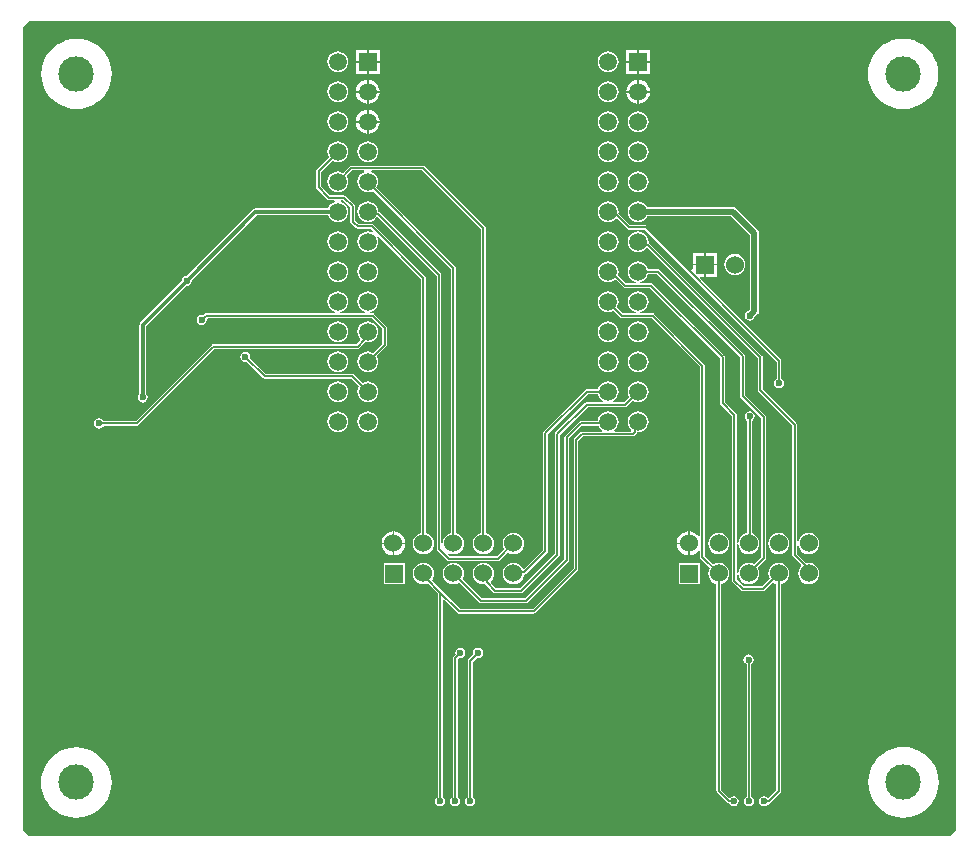
<source format=gbl>
G04*
G04 #@! TF.GenerationSoftware,Altium Limited,Altium Designer,20.2.6 (244)*
G04*
G04 Layer_Physical_Order=2*
G04 Layer_Color=16711680*
%FSLAX44Y44*%
%MOMM*%
G71*
G04*
G04 #@! TF.SameCoordinates,206DDC9A-6AB5-4D35-AA82-BAB3787187E7*
G04*
G04*
G04 #@! TF.FilePolarity,Positive*
G04*
G01*
G75*
%ADD49C,0.1500*%
%ADD50C,0.5000*%
%ADD51C,0.3000*%
%ADD53C,1.5240*%
%ADD54R,1.5240X1.5240*%
%ADD55C,3.0000*%
%ADD56C,1.5000*%
%ADD57R,1.5000X1.5000*%
%ADD58C,0.6000*%
G36*
X795000Y690000D02*
Y10000D01*
X790000Y5000D01*
X10000D01*
X5000Y10000D01*
Y690000D01*
X10000Y695000D01*
X790000D01*
X795000Y690000D01*
D02*
G37*
%LPC*%
G36*
X535560Y670320D02*
X526270D01*
Y661030D01*
X535560D01*
Y670320D01*
D02*
G37*
G36*
X306660D02*
X297370D01*
Y661030D01*
X306660D01*
Y670320D01*
D02*
G37*
G36*
X524770D02*
X515480D01*
Y661030D01*
X524770D01*
Y670320D01*
D02*
G37*
G36*
X295870D02*
X286580D01*
Y661030D01*
X295870D01*
Y670320D01*
D02*
G37*
G36*
X500120Y669106D02*
X497836Y668805D01*
X495707Y667923D01*
X493879Y666521D01*
X492477Y664693D01*
X491595Y662564D01*
X491295Y660280D01*
X491595Y657996D01*
X492477Y655867D01*
X493879Y654039D01*
X495707Y652637D01*
X497836Y651755D01*
X500120Y651454D01*
X502404Y651755D01*
X504533Y652637D01*
X506361Y654039D01*
X507763Y655867D01*
X508645Y657996D01*
X508946Y660280D01*
X508645Y662564D01*
X507763Y664693D01*
X506361Y666521D01*
X504533Y667923D01*
X502404Y668805D01*
X500120Y669106D01*
D02*
G37*
G36*
X271220D02*
X268936Y668805D01*
X266807Y667923D01*
X264979Y666521D01*
X263577Y664693D01*
X262695Y662564D01*
X262394Y660280D01*
X262695Y657996D01*
X263577Y655867D01*
X264979Y654039D01*
X266807Y652637D01*
X268936Y651755D01*
X271220Y651454D01*
X273504Y651755D01*
X275632Y652637D01*
X277460Y654039D01*
X278863Y655867D01*
X279745Y657996D01*
X280045Y660280D01*
X279745Y662564D01*
X278863Y664693D01*
X277460Y666521D01*
X275632Y667923D01*
X273504Y668805D01*
X271220Y669106D01*
D02*
G37*
G36*
X535560Y659530D02*
X526270D01*
Y650240D01*
X535560D01*
Y659530D01*
D02*
G37*
G36*
X524770D02*
X515480D01*
Y650240D01*
X524770D01*
Y659530D01*
D02*
G37*
G36*
X306660D02*
X297370D01*
Y650240D01*
X306660D01*
Y659530D01*
D02*
G37*
G36*
X295870D02*
X286580D01*
Y650240D01*
X295870D01*
Y659530D01*
D02*
G37*
G36*
X526270Y644908D02*
Y635630D01*
X535548D01*
X535302Y637501D01*
X534290Y639943D01*
X532681Y642041D01*
X530583Y643650D01*
X528141Y644662D01*
X526270Y644908D01*
D02*
G37*
G36*
X297370D02*
Y635630D01*
X306648D01*
X306401Y637501D01*
X305390Y639943D01*
X303780Y642041D01*
X301683Y643650D01*
X299241Y644662D01*
X297370Y644908D01*
D02*
G37*
G36*
X295870D02*
X293999Y644662D01*
X291556Y643650D01*
X289459Y642041D01*
X287850Y639943D01*
X286838Y637501D01*
X286592Y635630D01*
X295870D01*
Y644908D01*
D02*
G37*
G36*
X524770D02*
X522899Y644662D01*
X520457Y643650D01*
X518359Y642041D01*
X516750Y639943D01*
X515738Y637501D01*
X515492Y635630D01*
X524770D01*
Y644908D01*
D02*
G37*
G36*
X500120Y643706D02*
X497836Y643405D01*
X495707Y642523D01*
X493879Y641121D01*
X492477Y639293D01*
X491595Y637164D01*
X491295Y634880D01*
X491595Y632596D01*
X492477Y630467D01*
X493879Y628639D01*
X495707Y627237D01*
X497836Y626355D01*
X500120Y626054D01*
X502404Y626355D01*
X504533Y627237D01*
X506361Y628639D01*
X507763Y630467D01*
X508645Y632596D01*
X508946Y634880D01*
X508645Y637164D01*
X507763Y639293D01*
X506361Y641121D01*
X504533Y642523D01*
X502404Y643405D01*
X500120Y643706D01*
D02*
G37*
G36*
X271220D02*
X268936Y643405D01*
X266807Y642523D01*
X264979Y641121D01*
X263577Y639293D01*
X262695Y637164D01*
X262394Y634880D01*
X262695Y632596D01*
X263577Y630467D01*
X264979Y628639D01*
X266807Y627237D01*
X268936Y626355D01*
X271220Y626054D01*
X273504Y626355D01*
X275632Y627237D01*
X277460Y628639D01*
X278863Y630467D01*
X279745Y632596D01*
X280045Y634880D01*
X279745Y637164D01*
X278863Y639293D01*
X277460Y641121D01*
X275632Y642523D01*
X273504Y643405D01*
X271220Y643706D01*
D02*
G37*
G36*
X535548Y634130D02*
X526270D01*
Y624852D01*
X528141Y625098D01*
X530583Y626110D01*
X532681Y627719D01*
X534290Y629817D01*
X535302Y632259D01*
X535548Y634130D01*
D02*
G37*
G36*
X306648D02*
X297370D01*
Y624852D01*
X299241Y625098D01*
X301683Y626110D01*
X303780Y627719D01*
X305390Y629817D01*
X306401Y632259D01*
X306648Y634130D01*
D02*
G37*
G36*
X524770D02*
X515492D01*
X515738Y632259D01*
X516750Y629817D01*
X518359Y627719D01*
X520457Y626110D01*
X522899Y625098D01*
X524770Y624852D01*
Y634130D01*
D02*
G37*
G36*
X295870D02*
X286592D01*
X286838Y632259D01*
X287850Y629817D01*
X289459Y627719D01*
X291556Y626110D01*
X293999Y625098D01*
X295870Y624852D01*
Y634130D01*
D02*
G37*
G36*
X749830Y679742D02*
X745162Y679375D01*
X740608Y678281D01*
X736282Y676489D01*
X732289Y674043D01*
X728728Y671002D01*
X725687Y667441D01*
X723241Y663448D01*
X721449Y659122D01*
X720355Y654568D01*
X719988Y649900D01*
X720355Y645232D01*
X721449Y640678D01*
X723241Y636352D01*
X725687Y632359D01*
X728728Y628798D01*
X732289Y625757D01*
X736282Y623311D01*
X740608Y621519D01*
X745162Y620425D01*
X749830Y620058D01*
X754498Y620425D01*
X759052Y621519D01*
X763378Y623311D01*
X767371Y625757D01*
X770931Y628798D01*
X773973Y632359D01*
X776419Y636352D01*
X778211Y640678D01*
X779305Y645232D01*
X779672Y649900D01*
X779305Y654568D01*
X778211Y659122D01*
X776419Y663448D01*
X773973Y667441D01*
X770931Y671002D01*
X767371Y674043D01*
X763378Y676489D01*
X759052Y678281D01*
X754498Y679375D01*
X749830Y679742D01*
D02*
G37*
G36*
X50080D02*
X45412Y679375D01*
X40858Y678281D01*
X36532Y676489D01*
X32539Y674043D01*
X28979Y671002D01*
X25937Y667441D01*
X23491Y663448D01*
X21699Y659122D01*
X20605Y654568D01*
X20238Y649900D01*
X20605Y645232D01*
X21699Y640678D01*
X23491Y636352D01*
X25937Y632359D01*
X28979Y628798D01*
X32539Y625757D01*
X36532Y623311D01*
X40858Y621519D01*
X45412Y620425D01*
X50080Y620058D01*
X54748Y620425D01*
X59302Y621519D01*
X63628Y623311D01*
X67621Y625757D01*
X71182Y628798D01*
X74223Y632359D01*
X76669Y636352D01*
X78461Y640678D01*
X79555Y645232D01*
X79922Y649900D01*
X79555Y654568D01*
X78461Y659122D01*
X76669Y663448D01*
X74223Y667441D01*
X71182Y671002D01*
X67621Y674043D01*
X63628Y676489D01*
X59302Y678281D01*
X54748Y679375D01*
X50080Y679742D01*
D02*
G37*
G36*
X297370Y619508D02*
Y610230D01*
X306648D01*
X306401Y612101D01*
X305390Y614543D01*
X303780Y616641D01*
X301683Y618250D01*
X299241Y619262D01*
X297370Y619508D01*
D02*
G37*
G36*
X295870D02*
X293999Y619262D01*
X291556Y618250D01*
X289459Y616641D01*
X287850Y614543D01*
X286838Y612101D01*
X286592Y610230D01*
X295870D01*
Y619508D01*
D02*
G37*
G36*
X525520Y618306D02*
X523236Y618005D01*
X521107Y617123D01*
X519279Y615721D01*
X517877Y613893D01*
X516995Y611764D01*
X516694Y609480D01*
X516995Y607196D01*
X517877Y605067D01*
X519279Y603239D01*
X521107Y601837D01*
X523236Y600955D01*
X525520Y600654D01*
X527804Y600955D01*
X529933Y601837D01*
X531761Y603239D01*
X533163Y605067D01*
X534045Y607196D01*
X534346Y609480D01*
X534045Y611764D01*
X533163Y613893D01*
X531761Y615721D01*
X529933Y617123D01*
X527804Y618005D01*
X525520Y618306D01*
D02*
G37*
G36*
X500120D02*
X497836Y618005D01*
X495707Y617123D01*
X493879Y615721D01*
X492477Y613893D01*
X491595Y611764D01*
X491295Y609480D01*
X491595Y607196D01*
X492477Y605067D01*
X493879Y603239D01*
X495707Y601837D01*
X497836Y600955D01*
X500120Y600654D01*
X502404Y600955D01*
X504533Y601837D01*
X506361Y603239D01*
X507763Y605067D01*
X508645Y607196D01*
X508946Y609480D01*
X508645Y611764D01*
X507763Y613893D01*
X506361Y615721D01*
X504533Y617123D01*
X502404Y618005D01*
X500120Y618306D01*
D02*
G37*
G36*
X271220D02*
X268936Y618005D01*
X266807Y617123D01*
X264979Y615721D01*
X263577Y613893D01*
X262695Y611764D01*
X262394Y609480D01*
X262695Y607196D01*
X263577Y605067D01*
X264979Y603239D01*
X266807Y601837D01*
X268936Y600955D01*
X271220Y600654D01*
X273504Y600955D01*
X275632Y601837D01*
X277460Y603239D01*
X278863Y605067D01*
X279745Y607196D01*
X280045Y609480D01*
X279745Y611764D01*
X278863Y613893D01*
X277460Y615721D01*
X275632Y617123D01*
X273504Y618005D01*
X271220Y618306D01*
D02*
G37*
G36*
X306648Y608730D02*
X297370D01*
Y599452D01*
X299241Y599698D01*
X301683Y600710D01*
X303780Y602319D01*
X305390Y604417D01*
X306401Y606859D01*
X306648Y608730D01*
D02*
G37*
G36*
X295870D02*
X286592D01*
X286838Y606859D01*
X287850Y604417D01*
X289459Y602319D01*
X291556Y600710D01*
X293999Y599698D01*
X295870Y599452D01*
Y608730D01*
D02*
G37*
G36*
X525520Y592906D02*
X523236Y592605D01*
X521107Y591723D01*
X519279Y590321D01*
X517877Y588493D01*
X516995Y586364D01*
X516694Y584080D01*
X516995Y581796D01*
X517877Y579667D01*
X519279Y577839D01*
X521107Y576437D01*
X523236Y575555D01*
X525520Y575255D01*
X527804Y575555D01*
X529933Y576437D01*
X531761Y577839D01*
X533163Y579667D01*
X534045Y581796D01*
X534346Y584080D01*
X534045Y586364D01*
X533163Y588493D01*
X531761Y590321D01*
X529933Y591723D01*
X527804Y592605D01*
X525520Y592906D01*
D02*
G37*
G36*
X500120D02*
X497836Y592605D01*
X495707Y591723D01*
X493879Y590321D01*
X492477Y588493D01*
X491595Y586364D01*
X491295Y584080D01*
X491595Y581796D01*
X492477Y579667D01*
X493879Y577839D01*
X495707Y576437D01*
X497836Y575555D01*
X500120Y575255D01*
X502404Y575555D01*
X504533Y576437D01*
X506361Y577839D01*
X507763Y579667D01*
X508645Y581796D01*
X508946Y584080D01*
X508645Y586364D01*
X507763Y588493D01*
X506361Y590321D01*
X504533Y591723D01*
X502404Y592605D01*
X500120Y592906D01*
D02*
G37*
G36*
X296620D02*
X294336Y592605D01*
X292207Y591723D01*
X290379Y590321D01*
X288977Y588493D01*
X288095Y586364D01*
X287794Y584080D01*
X288095Y581796D01*
X288977Y579667D01*
X290379Y577839D01*
X292207Y576437D01*
X294336Y575555D01*
X296620Y575255D01*
X298904Y575555D01*
X301033Y576437D01*
X302860Y577839D01*
X304263Y579667D01*
X305145Y581796D01*
X305445Y584080D01*
X305145Y586364D01*
X304263Y588493D01*
X302860Y590321D01*
X301033Y591723D01*
X298904Y592605D01*
X296620Y592906D01*
D02*
G37*
G36*
X271220D02*
X268936Y592605D01*
X266807Y591723D01*
X264979Y590321D01*
X263577Y588493D01*
X262695Y586364D01*
X262394Y584080D01*
X262695Y581796D01*
X263577Y579667D01*
X263727Y579471D01*
X253558Y569302D01*
X253116Y568641D01*
X252961Y567860D01*
Y554000D01*
X253116Y553220D01*
X253558Y552558D01*
X261314Y544802D01*
X261558Y544437D01*
X262437Y543558D01*
X262437Y543558D01*
X263098Y543116D01*
X263879Y542961D01*
X268408D01*
X268660Y541691D01*
X266807Y540923D01*
X264979Y539521D01*
X263577Y537693D01*
X262910Y536084D01*
X201530D01*
X200457Y535871D01*
X199547Y535263D01*
X199547Y535263D01*
X143348Y479064D01*
X143250Y479083D01*
X141592Y478753D01*
X140186Y477814D01*
X139247Y476408D01*
X138917Y474750D01*
X138978Y474443D01*
X104017Y439482D01*
X103409Y438573D01*
X103196Y437500D01*
Y379238D01*
X102936Y379064D01*
X101996Y377658D01*
X101667Y376000D01*
X101996Y374342D01*
X102936Y372936D01*
X104342Y371996D01*
X106000Y371667D01*
X107658Y371996D01*
X109064Y372936D01*
X110003Y374342D01*
X110333Y376000D01*
X110003Y377658D01*
X109064Y379064D01*
X108804Y379238D01*
Y436338D01*
X142943Y470478D01*
X143250Y470417D01*
X144908Y470747D01*
X146314Y471686D01*
X147253Y473092D01*
X147583Y474750D01*
X147481Y475265D01*
X202691Y530476D01*
X262910D01*
X263577Y528867D01*
X264979Y527039D01*
X266807Y525637D01*
X268936Y524755D01*
X271220Y524454D01*
X273504Y524755D01*
X275632Y525637D01*
X277460Y527039D01*
X278863Y528867D01*
X279745Y530996D01*
X280045Y533280D01*
X279745Y535564D01*
X278863Y537693D01*
X277460Y539521D01*
X275632Y540923D01*
X273779Y541691D01*
X274032Y542961D01*
X275895D01*
X281961Y536895D01*
Y524879D01*
X282116Y524098D01*
X282558Y523437D01*
X283437Y522558D01*
X283437Y522558D01*
X283802Y522314D01*
X286558Y519558D01*
X286558Y519558D01*
X287220Y519116D01*
X288000Y518961D01*
X288000Y518961D01*
X298955D01*
X301008Y516908D01*
X300289Y515831D01*
X298904Y516405D01*
X296620Y516706D01*
X294336Y516405D01*
X292207Y515523D01*
X290379Y514121D01*
X288977Y512293D01*
X288095Y510164D01*
X287794Y507880D01*
X288095Y505596D01*
X288977Y503467D01*
X290379Y501639D01*
X292207Y500237D01*
X294336Y499355D01*
X296620Y499054D01*
X298904Y499355D01*
X301033Y500237D01*
X302860Y501639D01*
X304263Y503467D01*
X305145Y505596D01*
X305445Y507880D01*
X305145Y510164D01*
X304571Y511549D01*
X305648Y512268D01*
X341761Y476156D01*
Y261078D01*
X341484Y261042D01*
X339327Y260148D01*
X337474Y258726D01*
X336052Y256873D01*
X335158Y254716D01*
X334853Y252400D01*
X335158Y250085D01*
X336052Y247927D01*
X337474Y246074D01*
X339327Y244652D01*
X341484Y243759D01*
X343800Y243454D01*
X346115Y243759D01*
X348273Y244652D01*
X350126Y246074D01*
X351548Y247927D01*
X352441Y250085D01*
X352746Y252400D01*
X352441Y254716D01*
X351548Y256873D01*
X350126Y258726D01*
X348273Y260148D01*
X346115Y261042D01*
X345839Y261078D01*
Y477000D01*
X345684Y477781D01*
X345242Y478442D01*
X301242Y522442D01*
X300580Y522884D01*
X299800Y523039D01*
X288845D01*
X286442Y525442D01*
X286076Y525686D01*
X286039Y525723D01*
Y537740D01*
X285884Y538520D01*
X285442Y539182D01*
X285442Y539182D01*
X278182Y546442D01*
X277520Y546884D01*
X276740Y547039D01*
X264723D01*
X264686Y547076D01*
X264442Y547442D01*
X257039Y554845D01*
Y567016D01*
X266611Y576587D01*
X266807Y576437D01*
X268936Y575555D01*
X271220Y575255D01*
X273504Y575555D01*
X275632Y576437D01*
X277460Y577839D01*
X278863Y579667D01*
X279745Y581796D01*
X280045Y584080D01*
X279745Y586364D01*
X278863Y588493D01*
X277460Y590321D01*
X275632Y591723D01*
X273504Y592605D01*
X271220Y592906D01*
D02*
G37*
G36*
X525520Y567505D02*
X523236Y567205D01*
X521107Y566323D01*
X519279Y564921D01*
X517877Y563093D01*
X516995Y560964D01*
X516694Y558680D01*
X516995Y556396D01*
X517877Y554267D01*
X519279Y552439D01*
X521107Y551037D01*
X523236Y550155D01*
X525520Y549855D01*
X527804Y550155D01*
X529933Y551037D01*
X531761Y552439D01*
X533163Y554267D01*
X534045Y556396D01*
X534346Y558680D01*
X534045Y560964D01*
X533163Y563093D01*
X531761Y564921D01*
X529933Y566323D01*
X527804Y567205D01*
X525520Y567505D01*
D02*
G37*
G36*
X500120D02*
X497836Y567205D01*
X495707Y566323D01*
X493879Y564921D01*
X492477Y563093D01*
X491595Y560964D01*
X491295Y558680D01*
X491595Y556396D01*
X492477Y554267D01*
X493879Y552439D01*
X495707Y551037D01*
X497836Y550155D01*
X500120Y549855D01*
X502404Y550155D01*
X504533Y551037D01*
X506361Y552439D01*
X507763Y554267D01*
X508645Y556396D01*
X508946Y558680D01*
X508645Y560964D01*
X507763Y563093D01*
X506361Y564921D01*
X504533Y566323D01*
X502404Y567205D01*
X500120Y567505D01*
D02*
G37*
G36*
Y516706D02*
X497836Y516405D01*
X495707Y515523D01*
X493879Y514121D01*
X492477Y512293D01*
X491595Y510164D01*
X491295Y507880D01*
X491595Y505596D01*
X492477Y503467D01*
X493879Y501639D01*
X495707Y500237D01*
X497836Y499355D01*
X500120Y499054D01*
X502404Y499355D01*
X504533Y500237D01*
X506361Y501639D01*
X507763Y503467D01*
X508645Y505596D01*
X508946Y507880D01*
X508645Y510164D01*
X507763Y512293D01*
X506361Y514121D01*
X504533Y515523D01*
X502404Y516405D01*
X500120Y516706D01*
D02*
G37*
G36*
X271220D02*
X268936Y516405D01*
X266807Y515523D01*
X264979Y514121D01*
X263577Y512293D01*
X262695Y510164D01*
X262394Y507880D01*
X262695Y505596D01*
X263577Y503467D01*
X264979Y501639D01*
X266807Y500237D01*
X268936Y499355D01*
X271220Y499054D01*
X273504Y499355D01*
X275632Y500237D01*
X277460Y501639D01*
X278863Y503467D01*
X279745Y505596D01*
X280045Y507880D01*
X279745Y510164D01*
X278863Y512293D01*
X277460Y514121D01*
X275632Y515523D01*
X273504Y516405D01*
X271220Y516706D01*
D02*
G37*
G36*
X592160Y498660D02*
X582750D01*
Y489250D01*
X592160D01*
Y498660D01*
D02*
G37*
G36*
X581250D02*
X571840D01*
Y489250D01*
X581250D01*
Y498660D01*
D02*
G37*
G36*
X607400Y497446D02*
X605084Y497142D01*
X602927Y496248D01*
X601074Y494826D01*
X599652Y492973D01*
X598758Y490815D01*
X598453Y488500D01*
X598758Y486184D01*
X599652Y484027D01*
X601074Y482174D01*
X602927Y480752D01*
X605084Y479858D01*
X607400Y479553D01*
X609715Y479858D01*
X611873Y480752D01*
X613726Y482174D01*
X615148Y484027D01*
X616042Y486184D01*
X616347Y488500D01*
X616042Y490815D01*
X615148Y492973D01*
X613726Y494826D01*
X611873Y496248D01*
X609715Y497142D01*
X607400Y497446D01*
D02*
G37*
G36*
X592160Y487750D02*
X582750D01*
Y478340D01*
X592160D01*
Y487750D01*
D02*
G37*
G36*
X296620Y491306D02*
X294336Y491005D01*
X292207Y490123D01*
X290379Y488721D01*
X288977Y486893D01*
X288095Y484764D01*
X287794Y482480D01*
X288095Y480196D01*
X288977Y478067D01*
X290379Y476239D01*
X292207Y474837D01*
X294336Y473955D01*
X296620Y473655D01*
X298904Y473955D01*
X301033Y474837D01*
X302860Y476239D01*
X304263Y478067D01*
X305145Y480196D01*
X305445Y482480D01*
X305145Y484764D01*
X304263Y486893D01*
X302860Y488721D01*
X301033Y490123D01*
X298904Y491005D01*
X296620Y491306D01*
D02*
G37*
G36*
X271220D02*
X268936Y491005D01*
X266807Y490123D01*
X264979Y488721D01*
X263577Y486893D01*
X262695Y484764D01*
X262394Y482480D01*
X262695Y480196D01*
X263577Y478067D01*
X264979Y476239D01*
X266807Y474837D01*
X268936Y473955D01*
X271220Y473655D01*
X273504Y473955D01*
X275632Y474837D01*
X277460Y476239D01*
X278863Y478067D01*
X279745Y480196D01*
X280045Y482480D01*
X279745Y484764D01*
X278863Y486893D01*
X277460Y488721D01*
X275632Y490123D01*
X273504Y491005D01*
X271220Y491306D01*
D02*
G37*
G36*
X525520D02*
X523236Y491005D01*
X521107Y490123D01*
X519279Y488721D01*
X517877Y486893D01*
X516995Y484764D01*
X516694Y482480D01*
X516995Y480196D01*
X517877Y478067D01*
X519279Y476239D01*
X521107Y474837D01*
X523236Y473955D01*
X523585Y473909D01*
X523502Y472639D01*
X515485D01*
X508435Y479689D01*
X508645Y480196D01*
X508946Y482480D01*
X508645Y484764D01*
X507763Y486893D01*
X506361Y488721D01*
X504533Y490123D01*
X502404Y491005D01*
X500120Y491306D01*
X497836Y491005D01*
X495707Y490123D01*
X493879Y488721D01*
X492477Y486893D01*
X491595Y484764D01*
X491295Y482480D01*
X491595Y480196D01*
X492477Y478067D01*
X493879Y476239D01*
X495707Y474837D01*
X497836Y473955D01*
X500120Y473655D01*
X502404Y473955D01*
X504533Y474837D01*
X506223Y476134D01*
X513198Y469158D01*
X513198Y469158D01*
X513860Y468716D01*
X514640Y468561D01*
X535555D01*
X594961Y409155D01*
Y371000D01*
X595116Y370220D01*
X595558Y369558D01*
X604961Y360155D01*
Y221000D01*
X605116Y220220D01*
X605558Y219558D01*
X612558Y212558D01*
X612558Y212558D01*
X613220Y212116D01*
X614000Y211961D01*
X614000Y211961D01*
X631600D01*
X632380Y212116D01*
X633041Y212558D01*
X639905Y219422D01*
X640126Y219252D01*
X642284Y218358D01*
X642561Y218322D01*
Y43444D01*
X636083Y36966D01*
X635091Y37064D01*
X633685Y38003D01*
X632027Y38333D01*
X630368Y38003D01*
X628963Y37064D01*
X628023Y35658D01*
X627693Y34000D01*
X628023Y32342D01*
X628963Y30936D01*
X630368Y29997D01*
X632027Y29667D01*
X633685Y29997D01*
X635091Y30936D01*
X635926Y32187D01*
X636226D01*
X637006Y32342D01*
X637668Y32784D01*
X646042Y41158D01*
X646042Y41158D01*
X646484Y41819D01*
X646639Y42600D01*
X646639Y42600D01*
Y218322D01*
X646915Y218358D01*
X649073Y219252D01*
X650926Y220674D01*
X652348Y222527D01*
X653242Y224685D01*
X653546Y227000D01*
X653242Y229316D01*
X652348Y231474D01*
X650926Y233326D01*
X649073Y234748D01*
X646915Y235642D01*
X644600Y235947D01*
X642284Y235642D01*
X640126Y234748D01*
X638274Y233326D01*
X636852Y231474D01*
X635958Y229316D01*
X635653Y227000D01*
X635958Y224685D01*
X636852Y222527D01*
X637021Y222306D01*
X630755Y216039D01*
X614845D01*
X609039Y221845D01*
Y226236D01*
X609067Y226282D01*
X610349Y226270D01*
X610558Y224685D01*
X611452Y222527D01*
X612874Y220674D01*
X614726Y219252D01*
X616884Y218358D01*
X619200Y218054D01*
X621515Y218358D01*
X623673Y219252D01*
X625526Y220674D01*
X626948Y222527D01*
X627841Y224685D01*
X628146Y227000D01*
X627841Y229316D01*
X626948Y231474D01*
X626778Y231695D01*
X633342Y238258D01*
X633342Y238258D01*
X633784Y238920D01*
X633939Y239700D01*
X633939Y239700D01*
Y359100D01*
X633784Y359881D01*
X633342Y360542D01*
X633342Y360542D01*
X616039Y377845D01*
Y411200D01*
X615884Y411980D01*
X615442Y412642D01*
X615442Y412642D01*
X544162Y483922D01*
X543500Y484364D01*
X542720Y484519D01*
X534077D01*
X534045Y484764D01*
X533163Y486893D01*
X531761Y488721D01*
X529933Y490123D01*
X527804Y491005D01*
X525520Y491306D01*
D02*
G37*
G36*
Y465905D02*
X523236Y465605D01*
X521107Y464723D01*
X519279Y463321D01*
X517877Y461493D01*
X516995Y459364D01*
X516694Y457080D01*
X516995Y454796D01*
X517877Y452667D01*
X519279Y450839D01*
X521107Y449437D01*
X523236Y448555D01*
X523585Y448509D01*
X523502Y447239D01*
X512845D01*
X507613Y452471D01*
X507763Y452667D01*
X508645Y454796D01*
X508946Y457080D01*
X508645Y459364D01*
X507763Y461493D01*
X506361Y463321D01*
X504533Y464723D01*
X502404Y465605D01*
X500120Y465905D01*
X497836Y465605D01*
X495707Y464723D01*
X493879Y463321D01*
X492477Y461493D01*
X491595Y459364D01*
X491295Y457080D01*
X491595Y454796D01*
X492477Y452667D01*
X493879Y450839D01*
X495707Y449437D01*
X497836Y448555D01*
X500120Y448255D01*
X502404Y448555D01*
X504533Y449437D01*
X504729Y449587D01*
X510558Y443758D01*
X510558Y443758D01*
X511220Y443316D01*
X512000Y443161D01*
X536955D01*
X577961Y402155D01*
Y258716D01*
X576691Y258285D01*
X575646Y259646D01*
X573524Y261275D01*
X571052Y262299D01*
X569150Y262549D01*
Y252400D01*
Y242251D01*
X571052Y242502D01*
X573524Y243525D01*
X575646Y245154D01*
X576691Y246516D01*
X577961Y246084D01*
Y240800D01*
X578116Y240020D01*
X578558Y239358D01*
X586222Y231695D01*
X586052Y231474D01*
X585158Y229316D01*
X584853Y227000D01*
X585158Y224685D01*
X586052Y222527D01*
X587474Y220674D01*
X589327Y219252D01*
X591484Y218358D01*
X591761Y218322D01*
Y43200D01*
X591916Y42420D01*
X592358Y41758D01*
X601096Y33021D01*
X601757Y32578D01*
X602478Y32435D01*
X602496Y32342D01*
X603436Y30936D01*
X604841Y29997D01*
X606500Y29667D01*
X608158Y29997D01*
X609564Y30936D01*
X610503Y32342D01*
X610833Y34000D01*
X610503Y35658D01*
X609564Y37064D01*
X608158Y38003D01*
X606500Y38333D01*
X604841Y38003D01*
X603436Y37064D01*
X602875Y37009D01*
X595839Y44045D01*
Y218322D01*
X596115Y218358D01*
X598273Y219252D01*
X600126Y220674D01*
X601548Y222527D01*
X602441Y224685D01*
X602746Y227000D01*
X602441Y229316D01*
X601548Y231474D01*
X600126Y233326D01*
X598273Y234748D01*
X596115Y235642D01*
X593800Y235947D01*
X591484Y235642D01*
X589327Y234748D01*
X589105Y234578D01*
X582039Y241645D01*
Y403000D01*
X581884Y403780D01*
X581442Y404442D01*
X581442Y404442D01*
X539242Y446642D01*
X538580Y447084D01*
X537800Y447239D01*
X527538D01*
X527455Y448509D01*
X527804Y448555D01*
X529933Y449437D01*
X531761Y450839D01*
X533163Y452667D01*
X534045Y454796D01*
X534346Y457080D01*
X534045Y459364D01*
X533163Y461493D01*
X531761Y463321D01*
X529933Y464723D01*
X527804Y465605D01*
X525520Y465905D01*
D02*
G37*
G36*
X296620D02*
X294336Y465605D01*
X292207Y464723D01*
X290379Y463321D01*
X288977Y461493D01*
X288095Y459364D01*
X287794Y457080D01*
X288095Y454796D01*
X288977Y452667D01*
X290379Y450839D01*
X292207Y449437D01*
X294336Y448555D01*
X294685Y448509D01*
X294602Y447239D01*
X273238D01*
X273155Y448509D01*
X273504Y448555D01*
X275632Y449437D01*
X277460Y450839D01*
X278863Y452667D01*
X279745Y454796D01*
X280045Y457080D01*
X279745Y459364D01*
X278863Y461493D01*
X277460Y463321D01*
X275632Y464723D01*
X273504Y465605D01*
X271220Y465905D01*
X268936Y465605D01*
X266807Y464723D01*
X264979Y463321D01*
X263577Y461493D01*
X262695Y459364D01*
X262394Y457080D01*
X262695Y454796D01*
X263577Y452667D01*
X264979Y450839D01*
X266807Y449437D01*
X268936Y448555D01*
X269285Y448509D01*
X269202Y447239D01*
X159500D01*
X158720Y447084D01*
X158058Y446642D01*
X158058Y446642D01*
X157209Y445793D01*
X156000Y446033D01*
X154342Y445703D01*
X152936Y444764D01*
X151997Y443358D01*
X151667Y441700D01*
X151997Y440042D01*
X152936Y438636D01*
X154342Y437696D01*
X156000Y437366D01*
X157658Y437696D01*
X159064Y438636D01*
X160003Y440042D01*
X160333Y441700D01*
X160291Y441913D01*
X161336Y443161D01*
X299955D01*
X308961Y434155D01*
Y421505D01*
X301229Y413773D01*
X301033Y413923D01*
X298904Y414805D01*
X296620Y415106D01*
X294336Y414805D01*
X292207Y413923D01*
X290379Y412521D01*
X288977Y410693D01*
X288095Y408564D01*
X287794Y406280D01*
X288095Y403996D01*
X288977Y401867D01*
X290379Y400039D01*
X292207Y398637D01*
X294336Y397755D01*
X296620Y397454D01*
X298904Y397755D01*
X301033Y398637D01*
X302860Y400039D01*
X304263Y401867D01*
X305145Y403996D01*
X305445Y406280D01*
X305145Y408564D01*
X304263Y410693D01*
X304112Y410889D01*
X312442Y419218D01*
X312884Y419880D01*
X313039Y420660D01*
Y435000D01*
X312884Y435780D01*
X312442Y436442D01*
X312442Y436442D01*
X302242Y446642D01*
X301580Y447084D01*
X300800Y447239D01*
X298638D01*
X298555Y448509D01*
X298904Y448555D01*
X301033Y449437D01*
X302860Y450839D01*
X304263Y452667D01*
X305145Y454796D01*
X305445Y457080D01*
X305145Y459364D01*
X304263Y461493D01*
X302860Y463321D01*
X301033Y464723D01*
X298904Y465605D01*
X296620Y465905D01*
D02*
G37*
G36*
X525520Y542105D02*
X523236Y541805D01*
X521107Y540923D01*
X519279Y539521D01*
X517877Y537693D01*
X516995Y535564D01*
X516694Y533280D01*
X516995Y530996D01*
X517877Y528867D01*
X519279Y527039D01*
X521107Y525637D01*
X523236Y524755D01*
X525520Y524454D01*
X527804Y524755D01*
X529933Y525637D01*
X531761Y527039D01*
X533163Y528867D01*
X533407Y529456D01*
X604380D01*
X620177Y513660D01*
Y450863D01*
X618580Y449267D01*
X618262Y449203D01*
X616856Y448264D01*
X615917Y446858D01*
X615587Y445200D01*
X615917Y443542D01*
X616856Y442136D01*
X618262Y441197D01*
X619921Y440867D01*
X621579Y441197D01*
X622985Y442136D01*
X623924Y443542D01*
X623987Y443859D01*
X626704Y446576D01*
X627532Y447816D01*
X627823Y449279D01*
Y515244D01*
X627823Y515244D01*
X627532Y516707D01*
X626704Y517948D01*
X626703Y517948D01*
X608668Y535984D01*
X607427Y536812D01*
X605964Y537104D01*
X533407D01*
X533163Y537693D01*
X531761Y539521D01*
X529933Y540923D01*
X527804Y541805D01*
X525520Y542105D01*
D02*
G37*
G36*
Y440505D02*
X523236Y440205D01*
X521107Y439323D01*
X519279Y437921D01*
X517877Y436093D01*
X516995Y433964D01*
X516694Y431680D01*
X516995Y429396D01*
X517877Y427267D01*
X519279Y425439D01*
X521107Y424037D01*
X523236Y423155D01*
X525520Y422854D01*
X527804Y423155D01*
X529933Y424037D01*
X531761Y425439D01*
X533163Y427267D01*
X534045Y429396D01*
X534346Y431680D01*
X534045Y433964D01*
X533163Y436093D01*
X531761Y437921D01*
X529933Y439323D01*
X527804Y440205D01*
X525520Y440505D01*
D02*
G37*
G36*
X500120D02*
X497836Y440205D01*
X495707Y439323D01*
X493879Y437921D01*
X492477Y436093D01*
X491595Y433964D01*
X491295Y431680D01*
X491595Y429396D01*
X492477Y427267D01*
X493879Y425439D01*
X495707Y424037D01*
X497836Y423155D01*
X500120Y422854D01*
X502404Y423155D01*
X504533Y424037D01*
X506361Y425439D01*
X507763Y427267D01*
X508645Y429396D01*
X508946Y431680D01*
X508645Y433964D01*
X507763Y436093D01*
X506361Y437921D01*
X504533Y439323D01*
X502404Y440205D01*
X500120Y440505D01*
D02*
G37*
G36*
X296620D02*
X294336Y440205D01*
X292207Y439323D01*
X290379Y437921D01*
X288977Y436093D01*
X288095Y433964D01*
X287794Y431680D01*
X288095Y429396D01*
X288977Y427267D01*
X290379Y425439D01*
X290452Y424335D01*
X287155Y421039D01*
X165800D01*
X165020Y420884D01*
X164358Y420442D01*
X100205Y356289D01*
X72582D01*
X72064Y357064D01*
X70658Y358003D01*
X69000Y358333D01*
X67342Y358003D01*
X65936Y357064D01*
X64997Y355658D01*
X64667Y354000D01*
X64997Y352342D01*
X65936Y350936D01*
X67342Y349997D01*
X69000Y349667D01*
X70658Y349997D01*
X72064Y350936D01*
X72916Y352211D01*
X101050D01*
X101831Y352366D01*
X102492Y352808D01*
X166645Y416961D01*
X288000D01*
X288780Y417116D01*
X289442Y417558D01*
X294697Y422814D01*
X294698Y422814D01*
X294878Y423084D01*
X296620Y422854D01*
X298904Y423155D01*
X301033Y424037D01*
X302860Y425439D01*
X304263Y427267D01*
X305145Y429396D01*
X305445Y431680D01*
X305145Y433964D01*
X304263Y436093D01*
X302860Y437921D01*
X301033Y439323D01*
X298904Y440205D01*
X296620Y440505D01*
D02*
G37*
G36*
X271220D02*
X268936Y440205D01*
X266807Y439323D01*
X264979Y437921D01*
X263577Y436093D01*
X262695Y433964D01*
X262394Y431680D01*
X262695Y429396D01*
X263577Y427267D01*
X264979Y425439D01*
X266807Y424037D01*
X268936Y423155D01*
X271220Y422854D01*
X273504Y423155D01*
X275632Y424037D01*
X277460Y425439D01*
X278863Y427267D01*
X279745Y429396D01*
X280045Y431680D01*
X279745Y433964D01*
X278863Y436093D01*
X277460Y437921D01*
X275632Y439323D01*
X273504Y440205D01*
X271220Y440505D01*
D02*
G37*
G36*
X525520Y415106D02*
X523236Y414805D01*
X521107Y413923D01*
X519279Y412521D01*
X517877Y410693D01*
X516995Y408564D01*
X516694Y406280D01*
X516995Y403996D01*
X517877Y401867D01*
X519279Y400039D01*
X521107Y398637D01*
X523236Y397755D01*
X525520Y397454D01*
X527804Y397755D01*
X529933Y398637D01*
X531761Y400039D01*
X533163Y401867D01*
X534045Y403996D01*
X534346Y406280D01*
X534045Y408564D01*
X533163Y410693D01*
X531761Y412521D01*
X529933Y413923D01*
X527804Y414805D01*
X525520Y415106D01*
D02*
G37*
G36*
X500120D02*
X497836Y414805D01*
X495707Y413923D01*
X493879Y412521D01*
X492477Y410693D01*
X491595Y408564D01*
X491295Y406280D01*
X491595Y403996D01*
X492477Y401867D01*
X493879Y400039D01*
X495707Y398637D01*
X497836Y397755D01*
X500120Y397454D01*
X502404Y397755D01*
X504533Y398637D01*
X506361Y400039D01*
X507763Y401867D01*
X508645Y403996D01*
X508946Y406280D01*
X508645Y408564D01*
X507763Y410693D01*
X506361Y412521D01*
X504533Y413923D01*
X502404Y414805D01*
X500120Y415106D01*
D02*
G37*
G36*
X271220D02*
X268936Y414805D01*
X266807Y413923D01*
X264979Y412521D01*
X263577Y410693D01*
X262695Y408564D01*
X262394Y406280D01*
X262695Y403996D01*
X263577Y401867D01*
X264979Y400039D01*
X266807Y398637D01*
X268936Y397755D01*
X271220Y397454D01*
X273504Y397755D01*
X275632Y398637D01*
X277460Y400039D01*
X278863Y401867D01*
X279745Y403996D01*
X280045Y406280D01*
X279745Y408564D01*
X278863Y410693D01*
X277460Y412521D01*
X275632Y413923D01*
X273504Y414805D01*
X271220Y415106D01*
D02*
G37*
G36*
X500120Y542105D02*
X497836Y541805D01*
X495707Y540923D01*
X493879Y539521D01*
X492477Y537693D01*
X491595Y535564D01*
X491295Y533280D01*
X491595Y530996D01*
X492477Y528867D01*
X493879Y527039D01*
X495707Y525637D01*
X497836Y524755D01*
X500120Y524454D01*
X502404Y524755D01*
X504533Y525637D01*
X506361Y527039D01*
X506519Y527246D01*
X507787Y527329D01*
X516558Y518558D01*
X517220Y518116D01*
X518000Y517961D01*
X525325D01*
X525408Y516691D01*
X523236Y516405D01*
X521107Y515523D01*
X519279Y514121D01*
X517877Y512293D01*
X516995Y510164D01*
X516694Y507880D01*
X516995Y505596D01*
X517877Y503467D01*
X519279Y501639D01*
X521107Y500237D01*
X523236Y499355D01*
X525520Y499054D01*
X527804Y499355D01*
X529933Y500237D01*
X531761Y501639D01*
X532354Y502412D01*
X533621Y502495D01*
X626961Y409155D01*
Y382000D01*
X627116Y381220D01*
X627558Y380558D01*
X655961Y352155D01*
Y243000D01*
X656116Y242220D01*
X656558Y241558D01*
X663742Y234374D01*
X663674Y233326D01*
X662252Y231474D01*
X661358Y229316D01*
X661053Y227000D01*
X661358Y224685D01*
X662252Y222527D01*
X663674Y220674D01*
X665527Y219252D01*
X667684Y218358D01*
X670000Y218054D01*
X672315Y218358D01*
X674473Y219252D01*
X676326Y220674D01*
X677748Y222527D01*
X678642Y224685D01*
X678946Y227000D01*
X678642Y229316D01*
X677748Y231474D01*
X676326Y233326D01*
X674473Y234748D01*
X672315Y235642D01*
X670000Y235947D01*
X668112Y235698D01*
X667963Y235921D01*
X667962Y235921D01*
X660039Y243845D01*
Y250373D01*
X661309Y250456D01*
X661358Y250085D01*
X662252Y247927D01*
X663674Y246074D01*
X665527Y244652D01*
X667684Y243759D01*
X670000Y243454D01*
X672315Y243759D01*
X674473Y244652D01*
X676326Y246074D01*
X677748Y247927D01*
X678642Y250085D01*
X678946Y252400D01*
X678642Y254716D01*
X677748Y256873D01*
X676326Y258726D01*
X674473Y260148D01*
X672315Y261042D01*
X670000Y261347D01*
X667684Y261042D01*
X665527Y260148D01*
X663674Y258726D01*
X662252Y256873D01*
X661358Y254716D01*
X661309Y254344D01*
X660039Y254428D01*
Y353000D01*
X660039Y353000D01*
X659884Y353780D01*
X659442Y354442D01*
X631039Y382845D01*
Y410000D01*
X630884Y410780D01*
X630442Y411442D01*
X630442Y411442D01*
X535145Y506739D01*
X534483Y507181D01*
X534259Y507225D01*
X534346Y507880D01*
X534045Y510164D01*
X533163Y512293D01*
X531761Y514121D01*
X529933Y515523D01*
X527804Y516405D01*
X525632Y516691D01*
X525715Y517961D01*
X530935D01*
X642761Y406135D01*
Y391749D01*
X641736Y391064D01*
X640797Y389658D01*
X640467Y388000D01*
X640797Y386342D01*
X641736Y384936D01*
X643142Y383997D01*
X644800Y383667D01*
X646458Y383997D01*
X647864Y384936D01*
X648803Y386342D01*
X649133Y388000D01*
X648803Y389658D01*
X647864Y391064D01*
X646839Y391749D01*
Y406979D01*
X646684Y407760D01*
X646242Y408421D01*
X646242Y408421D01*
X577497Y477166D01*
X577983Y478340D01*
X581250D01*
Y487750D01*
X571840D01*
Y484483D01*
X570667Y483997D01*
X533221Y521442D01*
X532560Y521884D01*
X531780Y522039D01*
X518845D01*
X508789Y532094D01*
X508946Y533280D01*
X508645Y535564D01*
X507763Y537693D01*
X506361Y539521D01*
X504533Y540923D01*
X502404Y541805D01*
X500120Y542105D01*
D02*
G37*
G36*
X193000Y414683D02*
X191342Y414353D01*
X189936Y413414D01*
X188997Y412008D01*
X188667Y410350D01*
X188997Y408691D01*
X189936Y407286D01*
X191342Y406346D01*
X193000Y406016D01*
X194209Y406257D01*
X207908Y392558D01*
X207908Y392558D01*
X208569Y392116D01*
X209350Y391961D01*
X209350Y391961D01*
X282655D01*
X289127Y385489D01*
X288977Y385293D01*
X288095Y383164D01*
X287794Y380880D01*
X288095Y378596D01*
X288977Y376467D01*
X290379Y374639D01*
X292207Y373237D01*
X294336Y372355D01*
X296620Y372054D01*
X298904Y372355D01*
X301033Y373237D01*
X302860Y374639D01*
X304263Y376467D01*
X305145Y378596D01*
X305445Y380880D01*
X305145Y383164D01*
X304263Y385293D01*
X302860Y387121D01*
X301033Y388523D01*
X298904Y389405D01*
X296620Y389706D01*
X294336Y389405D01*
X292207Y388523D01*
X292011Y388373D01*
X284942Y395442D01*
X284280Y395884D01*
X283500Y396039D01*
X210194D01*
X197093Y409141D01*
X197333Y410350D01*
X197003Y412008D01*
X196064Y413414D01*
X194658Y414353D01*
X193000Y414683D01*
D02*
G37*
G36*
X271220Y389706D02*
X268936Y389405D01*
X266807Y388523D01*
X264979Y387121D01*
X263577Y385293D01*
X262695Y383164D01*
X262394Y380880D01*
X262695Y378596D01*
X263577Y376467D01*
X264979Y374639D01*
X266807Y373237D01*
X268936Y372355D01*
X271220Y372054D01*
X273504Y372355D01*
X275632Y373237D01*
X277460Y374639D01*
X278863Y376467D01*
X279745Y378596D01*
X280045Y380880D01*
X279745Y383164D01*
X278863Y385293D01*
X277460Y387121D01*
X275632Y388523D01*
X273504Y389405D01*
X271220Y389706D01*
D02*
G37*
G36*
X525520D02*
X523236Y389405D01*
X521107Y388523D01*
X519279Y387121D01*
X517877Y385293D01*
X516995Y383164D01*
X516694Y380880D01*
X516995Y378596D01*
X517877Y376467D01*
X518027Y376271D01*
X513795Y372039D01*
X505404D01*
X504624Y373170D01*
X504627Y373309D01*
X506361Y374639D01*
X507763Y376467D01*
X508645Y378596D01*
X508946Y380880D01*
X508645Y383164D01*
X507763Y385293D01*
X506361Y387121D01*
X504533Y388523D01*
X502404Y389405D01*
X500120Y389706D01*
X497836Y389405D01*
X495707Y388523D01*
X493879Y387121D01*
X492477Y385293D01*
X491595Y383164D01*
X491563Y382919D01*
X481880D01*
X481100Y382764D01*
X480438Y382322D01*
X445558Y347442D01*
X445116Y346780D01*
X444961Y346000D01*
Y246845D01*
X429095Y230979D01*
X427850Y231227D01*
X427748Y231474D01*
X426326Y233326D01*
X424473Y234748D01*
X422315Y235642D01*
X420000Y235947D01*
X417684Y235642D01*
X415527Y234748D01*
X413674Y233326D01*
X412252Y231474D01*
X411358Y229316D01*
X411053Y227000D01*
X411358Y224685D01*
X412252Y222527D01*
X413674Y220674D01*
X415527Y219252D01*
X417684Y218358D01*
X420000Y218054D01*
X422315Y218358D01*
X424473Y219252D01*
X426326Y220674D01*
X427748Y222527D01*
X428642Y224685D01*
X428808Y225952D01*
X428991D01*
X429771Y226107D01*
X430433Y226549D01*
X448442Y244558D01*
X448884Y245220D01*
X449039Y246000D01*
X449039Y246000D01*
Y345155D01*
X482725Y378841D01*
X491563D01*
X491595Y378596D01*
X492477Y376467D01*
X493879Y374639D01*
X495613Y373309D01*
X495616Y373170D01*
X494836Y372039D01*
X481850D01*
X481070Y371884D01*
X480408Y371442D01*
X455558Y346592D01*
X455116Y345930D01*
X454961Y345150D01*
Y243734D01*
X425766Y214539D01*
X405344D01*
X400636Y219248D01*
X400719Y220515D01*
X400926Y220674D01*
X402348Y222527D01*
X403242Y224685D01*
X403546Y227000D01*
X403242Y229316D01*
X402348Y231474D01*
X400926Y233326D01*
X399073Y234748D01*
X396915Y235642D01*
X394600Y235947D01*
X392284Y235642D01*
X390126Y234748D01*
X388274Y233326D01*
X386852Y231474D01*
X385958Y229316D01*
X385653Y227000D01*
X385958Y224685D01*
X386852Y222527D01*
X388274Y220674D01*
X390126Y219252D01*
X392284Y218358D01*
X394600Y218054D01*
X395892Y218224D01*
X403058Y211058D01*
X403058Y211058D01*
X403719Y210616D01*
X404500Y210461D01*
X404500Y210461D01*
X426611D01*
X427392Y210616D01*
X428053Y211058D01*
X458442Y241447D01*
X458884Y242109D01*
X459039Y242889D01*
Y344305D01*
X482695Y367961D01*
X514640D01*
X515420Y368116D01*
X516082Y368558D01*
X520911Y373387D01*
X521107Y373237D01*
X523236Y372355D01*
X525520Y372054D01*
X527804Y372355D01*
X529933Y373237D01*
X531761Y374639D01*
X533163Y376467D01*
X534045Y378596D01*
X534346Y380880D01*
X534045Y383164D01*
X533163Y385293D01*
X531761Y387121D01*
X529933Y388523D01*
X527804Y389405D01*
X525520Y389706D01*
D02*
G37*
G36*
Y364305D02*
X523236Y364005D01*
X521107Y363123D01*
X519279Y361721D01*
X517877Y359893D01*
X516995Y357764D01*
X516694Y355480D01*
X516995Y353196D01*
X517877Y351067D01*
X519279Y349239D01*
X519474Y349090D01*
X519610Y347505D01*
X519178Y347039D01*
X505579D01*
X505148Y348309D01*
X506361Y349239D01*
X507763Y351067D01*
X508645Y353196D01*
X508946Y355480D01*
X508645Y357764D01*
X507763Y359893D01*
X506361Y361721D01*
X504533Y363123D01*
X502404Y364005D01*
X500120Y364305D01*
X497836Y364005D01*
X495707Y363123D01*
X493879Y361721D01*
X492477Y359893D01*
X491595Y357764D01*
X491368Y356039D01*
X476894D01*
X476114Y355884D01*
X475452Y355442D01*
X463558Y343548D01*
X463116Y342886D01*
X462961Y342106D01*
Y238845D01*
X430155Y206039D01*
X393045D01*
X376778Y222306D01*
X376948Y222527D01*
X377841Y224685D01*
X378146Y227000D01*
X377841Y229316D01*
X376948Y231474D01*
X375526Y233326D01*
X373673Y234748D01*
X371515Y235642D01*
X369200Y235947D01*
X366884Y235642D01*
X364726Y234748D01*
X362874Y233326D01*
X361452Y231474D01*
X360558Y229316D01*
X360253Y227000D01*
X360558Y224685D01*
X361452Y222527D01*
X362874Y220674D01*
X364726Y219252D01*
X366884Y218358D01*
X369200Y218054D01*
X371515Y218358D01*
X373673Y219252D01*
X373894Y219422D01*
X390758Y202558D01*
X390758Y202558D01*
X391420Y202116D01*
X392200Y201961D01*
X392200Y201961D01*
X431000D01*
X431780Y202116D01*
X432442Y202558D01*
X466442Y236558D01*
X466442Y236558D01*
X466884Y237220D01*
X467039Y238000D01*
Y341261D01*
X477739Y351961D01*
X492107D01*
X492477Y351067D01*
X493879Y349239D01*
X495092Y348309D01*
X494661Y347039D01*
X477979D01*
X477198Y346884D01*
X476537Y346442D01*
X476537Y346442D01*
X471558Y341463D01*
X471116Y340802D01*
X470961Y340021D01*
Y231845D01*
X436155Y197039D01*
X374845D01*
X359342Y212542D01*
X357942Y213942D01*
X357942Y213942D01*
X350597Y221287D01*
X351548Y222527D01*
X352441Y224685D01*
X352746Y227000D01*
X352441Y229316D01*
X351548Y231474D01*
X350126Y233326D01*
X348273Y234748D01*
X346115Y235642D01*
X343800Y235947D01*
X341484Y235642D01*
X339327Y234748D01*
X337474Y233326D01*
X336052Y231474D01*
X335158Y229316D01*
X334853Y227000D01*
X335158Y224685D01*
X336052Y222527D01*
X337474Y220674D01*
X339327Y219252D01*
X341484Y218358D01*
X343800Y218054D01*
X346115Y218358D01*
X347277Y218839D01*
X355058Y211058D01*
X355058Y211058D01*
X355861Y210255D01*
Y37749D01*
X354836Y37064D01*
X353897Y35658D01*
X353567Y34000D01*
X353897Y32342D01*
X354836Y30936D01*
X356242Y29997D01*
X357900Y29667D01*
X359558Y29997D01*
X360964Y30936D01*
X361903Y32342D01*
X362233Y34000D01*
X361903Y35658D01*
X360964Y37064D01*
X359939Y37749D01*
Y204518D01*
X361113Y205004D01*
X372558Y193558D01*
X372558Y193558D01*
X373220Y193116D01*
X374000Y192961D01*
X437000D01*
X437780Y193116D01*
X438442Y193558D01*
X474442Y229558D01*
X474442Y229558D01*
X474884Y230220D01*
X475039Y231000D01*
Y339177D01*
X478823Y342961D01*
X521000D01*
X521780Y343116D01*
X522442Y343558D01*
X524548Y345664D01*
X524548Y345664D01*
X524990Y346325D01*
X525067Y346714D01*
X525520Y346655D01*
X527804Y346955D01*
X529933Y347837D01*
X531761Y349239D01*
X533163Y351067D01*
X534045Y353196D01*
X534346Y355480D01*
X534045Y357764D01*
X533163Y359893D01*
X531761Y361721D01*
X529933Y363123D01*
X527804Y364005D01*
X525520Y364305D01*
D02*
G37*
G36*
X296620D02*
X294336Y364005D01*
X292207Y363123D01*
X290379Y361721D01*
X288977Y359893D01*
X288095Y357764D01*
X287794Y355480D01*
X288095Y353196D01*
X288977Y351067D01*
X290379Y349239D01*
X292207Y347837D01*
X294336Y346955D01*
X296620Y346655D01*
X298904Y346955D01*
X301033Y347837D01*
X302860Y349239D01*
X304263Y351067D01*
X305145Y353196D01*
X305445Y355480D01*
X305145Y357764D01*
X304263Y359893D01*
X302860Y361721D01*
X301033Y363123D01*
X298904Y364005D01*
X296620Y364305D01*
D02*
G37*
G36*
X271220D02*
X268936Y364005D01*
X266807Y363123D01*
X264979Y361721D01*
X263577Y359893D01*
X262695Y357764D01*
X262394Y355480D01*
X262695Y353196D01*
X263577Y351067D01*
X264979Y349239D01*
X266807Y347837D01*
X268936Y346955D01*
X271220Y346655D01*
X273504Y346955D01*
X275632Y347837D01*
X277460Y349239D01*
X278863Y351067D01*
X279745Y353196D01*
X280045Y355480D01*
X279745Y357764D01*
X278863Y359893D01*
X277460Y361721D01*
X275632Y363123D01*
X273504Y364005D01*
X271220Y364305D01*
D02*
G37*
G36*
X567650Y262549D02*
X565747Y262299D01*
X563276Y261275D01*
X561154Y259646D01*
X559525Y257524D01*
X558501Y255053D01*
X558251Y253150D01*
X567650D01*
Y262549D01*
D02*
G37*
G36*
X319150D02*
Y253150D01*
X328549D01*
X328298Y255053D01*
X327275Y257524D01*
X325646Y259646D01*
X323524Y261275D01*
X321052Y262299D01*
X319150Y262549D01*
D02*
G37*
G36*
X317650D02*
X315748Y262299D01*
X313276Y261275D01*
X311154Y259646D01*
X309525Y257524D01*
X308501Y255053D01*
X308251Y253150D01*
X317650D01*
Y262549D01*
D02*
G37*
G36*
X644600Y261347D02*
X642284Y261042D01*
X640126Y260148D01*
X638274Y258726D01*
X636852Y256873D01*
X635958Y254716D01*
X635653Y252400D01*
X635958Y250085D01*
X636852Y247927D01*
X638274Y246074D01*
X640126Y244652D01*
X642284Y243759D01*
X644600Y243454D01*
X646915Y243759D01*
X649073Y244652D01*
X650926Y246074D01*
X652348Y247927D01*
X653242Y250085D01*
X653546Y252400D01*
X653242Y254716D01*
X652348Y256873D01*
X650926Y258726D01*
X649073Y260148D01*
X646915Y261042D01*
X644600Y261347D01*
D02*
G37*
G36*
X593800D02*
X591484Y261042D01*
X589327Y260148D01*
X587474Y258726D01*
X586052Y256873D01*
X585158Y254716D01*
X584853Y252400D01*
X585158Y250085D01*
X586052Y247927D01*
X587474Y246074D01*
X589327Y244652D01*
X591484Y243759D01*
X593800Y243454D01*
X596115Y243759D01*
X598273Y244652D01*
X600126Y246074D01*
X601548Y247927D01*
X602441Y250085D01*
X602746Y252400D01*
X602441Y254716D01*
X601548Y256873D01*
X600126Y258726D01*
X598273Y260148D01*
X596115Y261042D01*
X593800Y261347D01*
D02*
G37*
G36*
X343800Y572239D02*
X282740D01*
X281960Y572084D01*
X281298Y571642D01*
X281298Y571642D01*
X275829Y566173D01*
X275632Y566323D01*
X273504Y567205D01*
X271220Y567505D01*
X268936Y567205D01*
X266807Y566323D01*
X264979Y564921D01*
X263577Y563093D01*
X262695Y560964D01*
X262394Y558680D01*
X262695Y556396D01*
X263577Y554267D01*
X264979Y552439D01*
X266807Y551037D01*
X268936Y550155D01*
X271220Y549855D01*
X273504Y550155D01*
X275632Y551037D01*
X277460Y552439D01*
X278863Y554267D01*
X279745Y556396D01*
X280045Y558680D01*
X279745Y560964D01*
X278863Y563093D01*
X278712Y563289D01*
X283585Y568161D01*
X293325D01*
X293578Y566891D01*
X292207Y566323D01*
X290379Y564921D01*
X288977Y563093D01*
X288095Y560964D01*
X287794Y558680D01*
X288095Y556396D01*
X288977Y554267D01*
X290379Y552439D01*
X292207Y551037D01*
X294336Y550155D01*
X296620Y549855D01*
X298904Y550155D01*
X301033Y551037D01*
X301059Y551057D01*
X367161Y484955D01*
Y261078D01*
X366884Y261042D01*
X364726Y260148D01*
X362874Y258726D01*
X361452Y256873D01*
X360558Y254716D01*
X360349Y253130D01*
X359067Y253118D01*
X359039Y253165D01*
Y480000D01*
X359039Y480000D01*
X358884Y480780D01*
X358442Y481442D01*
X306933Y532951D01*
X306271Y533393D01*
X305491Y533548D01*
X305410D01*
X305145Y535564D01*
X304263Y537693D01*
X302860Y539521D01*
X301033Y540923D01*
X298904Y541805D01*
X296620Y542105D01*
X294336Y541805D01*
X292207Y540923D01*
X290379Y539521D01*
X288977Y537693D01*
X288095Y535564D01*
X287794Y533280D01*
X288095Y530996D01*
X288977Y528867D01*
X290379Y527039D01*
X292207Y525637D01*
X294336Y524755D01*
X296620Y524454D01*
X298904Y524755D01*
X301033Y525637D01*
X302860Y527039D01*
X303911Y528409D01*
X305245Y528653D01*
X305524Y528592D01*
X354961Y479155D01*
Y248000D01*
X355116Y247220D01*
X355558Y246558D01*
X364188Y237928D01*
X364849Y237486D01*
X365630Y237331D01*
X406970D01*
X407750Y237486D01*
X408412Y237928D01*
X415305Y244822D01*
X415527Y244652D01*
X417684Y243759D01*
X420000Y243454D01*
X422315Y243759D01*
X424473Y244652D01*
X426326Y246074D01*
X427748Y247927D01*
X428642Y250085D01*
X428946Y252400D01*
X428642Y254716D01*
X427748Y256873D01*
X426326Y258726D01*
X424473Y260148D01*
X422315Y261042D01*
X420000Y261347D01*
X417684Y261042D01*
X415527Y260148D01*
X413674Y258726D01*
X412252Y256873D01*
X411358Y254716D01*
X411053Y252400D01*
X411358Y250085D01*
X412252Y247927D01*
X412421Y247706D01*
X406125Y241409D01*
X366474D01*
X364521Y243363D01*
X365241Y244439D01*
X366884Y243759D01*
X369200Y243454D01*
X371515Y243759D01*
X373673Y244652D01*
X375526Y246074D01*
X376948Y247927D01*
X377841Y250085D01*
X378146Y252400D01*
X377841Y254716D01*
X376948Y256873D01*
X375526Y258726D01*
X373673Y260148D01*
X371515Y261042D01*
X371239Y261078D01*
Y485800D01*
X371239Y485800D01*
X371084Y486581D01*
X370642Y487242D01*
X303982Y553902D01*
X304263Y554267D01*
X305145Y556396D01*
X305445Y558680D01*
X305145Y560964D01*
X304263Y563093D01*
X302860Y564921D01*
X301033Y566323D01*
X299662Y566891D01*
X299914Y568161D01*
X342955D01*
X392561Y518556D01*
Y261078D01*
X392284Y261042D01*
X390126Y260148D01*
X388274Y258726D01*
X386852Y256873D01*
X385958Y254716D01*
X385653Y252400D01*
X385958Y250085D01*
X386852Y247927D01*
X388274Y246074D01*
X390126Y244652D01*
X392284Y243759D01*
X394600Y243454D01*
X396915Y243759D01*
X399073Y244652D01*
X400926Y246074D01*
X402348Y247927D01*
X403242Y250085D01*
X403546Y252400D01*
X403242Y254716D01*
X402348Y256873D01*
X400926Y258726D01*
X399073Y260148D01*
X396915Y261042D01*
X396639Y261078D01*
Y519400D01*
X396484Y520181D01*
X396042Y520842D01*
X345242Y571642D01*
X344580Y572084D01*
X343800Y572239D01*
D02*
G37*
G36*
X567650Y251650D02*
X558251D01*
X558501Y249748D01*
X559525Y247276D01*
X561154Y245154D01*
X563276Y243525D01*
X565747Y242502D01*
X567650Y242251D01*
Y251650D01*
D02*
G37*
G36*
X328549D02*
X319150D01*
Y242251D01*
X321052Y242502D01*
X323524Y243525D01*
X325646Y245154D01*
X327275Y247276D01*
X328298Y249748D01*
X328549Y251650D01*
D02*
G37*
G36*
X317650D02*
X308251D01*
X308501Y249748D01*
X309525Y247276D01*
X311154Y245154D01*
X313276Y243525D01*
X315748Y242502D01*
X317650Y242251D01*
Y251650D01*
D02*
G37*
G36*
X577778Y235616D02*
X560038D01*
Y217876D01*
X577778D01*
Y235616D01*
D02*
G37*
G36*
X327778D02*
X310038D01*
Y217876D01*
X327778D01*
Y235616D01*
D02*
G37*
G36*
X390000Y163899D02*
X388342Y163569D01*
X386936Y162630D01*
X385997Y161224D01*
X385667Y159566D01*
X385907Y158357D01*
X381858Y154308D01*
X381416Y153646D01*
X381261Y152866D01*
Y37749D01*
X380236Y37064D01*
X379297Y35658D01*
X378967Y34000D01*
X379297Y32342D01*
X380236Y30936D01*
X381642Y29997D01*
X383300Y29667D01*
X384958Y29997D01*
X386364Y30936D01*
X387303Y32342D01*
X387633Y34000D01*
X387303Y35658D01*
X386364Y37064D01*
X385339Y37749D01*
Y152021D01*
X388791Y155473D01*
X390000Y155232D01*
X391658Y155562D01*
X393064Y156502D01*
X394003Y157907D01*
X394333Y159566D01*
X394003Y161224D01*
X393064Y162630D01*
X391658Y163569D01*
X390000Y163899D01*
D02*
G37*
G36*
X375000D02*
X373342Y163569D01*
X371936Y162630D01*
X370997Y161224D01*
X370667Y159566D01*
X370907Y158357D01*
X369158Y156608D01*
X368716Y155946D01*
X368561Y155166D01*
Y43910D01*
Y37749D01*
X367536Y37064D01*
X366597Y35658D01*
X366267Y34000D01*
X366597Y32342D01*
X367536Y30936D01*
X368942Y29997D01*
X370600Y29667D01*
X372258Y29997D01*
X373664Y30936D01*
X374603Y32342D01*
X374933Y34000D01*
X374603Y35658D01*
X373664Y37064D01*
X372639Y37749D01*
Y43910D01*
Y154321D01*
X373791Y155473D01*
X375000Y155232D01*
X376658Y155562D01*
X378064Y156502D01*
X379003Y157907D01*
X379333Y159566D01*
X379003Y161224D01*
X378064Y162630D01*
X376658Y163569D01*
X375000Y163899D01*
D02*
G37*
G36*
X619000Y158409D02*
X617342Y158079D01*
X615936Y157139D01*
X614997Y155734D01*
X614667Y154075D01*
X614997Y152417D01*
X615936Y151011D01*
X617342Y150072D01*
X617361Y150068D01*
Y37949D01*
X616336Y37264D01*
X615397Y35859D01*
X615067Y34200D01*
X615397Y32542D01*
X616336Y31136D01*
X617742Y30197D01*
X619400Y29867D01*
X621058Y30197D01*
X622464Y31136D01*
X623403Y32542D01*
X623733Y34200D01*
X623403Y35859D01*
X622464Y37264D01*
X621439Y37949D01*
Y150594D01*
X622064Y151011D01*
X623003Y152417D01*
X623333Y154075D01*
X623003Y155734D01*
X622064Y157139D01*
X620658Y158079D01*
X619000Y158409D01*
D02*
G37*
G36*
X750080Y79992D02*
X745412Y79625D01*
X740858Y78531D01*
X736532Y76739D01*
X732539Y74293D01*
X728979Y71252D01*
X725937Y67691D01*
X723491Y63698D01*
X721699Y59372D01*
X720605Y54818D01*
X720238Y50150D01*
X720605Y45482D01*
X721699Y40928D01*
X723491Y36602D01*
X725937Y32609D01*
X728979Y29049D01*
X732539Y26007D01*
X736532Y23561D01*
X740858Y21769D01*
X745412Y20675D01*
X750080Y20308D01*
X754748Y20675D01*
X759302Y21769D01*
X763628Y23561D01*
X767621Y26007D01*
X771181Y29049D01*
X774223Y32609D01*
X776669Y36602D01*
X778461Y40928D01*
X779555Y45482D01*
X779922Y50150D01*
X779555Y54818D01*
X778461Y59372D01*
X776669Y63698D01*
X774223Y67691D01*
X771181Y71252D01*
X767621Y74293D01*
X763628Y76739D01*
X759302Y78531D01*
X754748Y79625D01*
X750080Y79992D01*
D02*
G37*
G36*
X49830Y79742D02*
X45162Y79375D01*
X40608Y78281D01*
X36282Y76489D01*
X32289Y74043D01*
X28728Y71002D01*
X25687Y67441D01*
X23241Y63448D01*
X21449Y59122D01*
X20355Y54568D01*
X19988Y49900D01*
X20355Y45232D01*
X21449Y40678D01*
X23241Y36352D01*
X25687Y32359D01*
X28728Y28798D01*
X32289Y25757D01*
X36282Y23311D01*
X40608Y21519D01*
X45162Y20425D01*
X49830Y20058D01*
X54498Y20425D01*
X59052Y21519D01*
X63378Y23311D01*
X67371Y25757D01*
X70932Y28798D01*
X73973Y32359D01*
X76419Y36352D01*
X78211Y40678D01*
X79305Y45232D01*
X79672Y49900D01*
X79305Y54568D01*
X78211Y59122D01*
X76419Y63448D01*
X73973Y67441D01*
X70932Y71002D01*
X67371Y74043D01*
X63378Y76489D01*
X59052Y78281D01*
X54498Y79375D01*
X49830Y79742D01*
D02*
G37*
%LPD*%
G36*
X611961Y410355D02*
Y377000D01*
X612116Y376220D01*
X612558Y375558D01*
X629861Y358256D01*
Y240545D01*
X623894Y234578D01*
X623673Y234748D01*
X621515Y235642D01*
X619200Y235947D01*
X616884Y235642D01*
X614726Y234748D01*
X612874Y233326D01*
X611452Y231474D01*
X610558Y229316D01*
X610349Y227730D01*
X609067Y227718D01*
X609039Y227765D01*
Y251892D01*
X610309Y251975D01*
X610358Y251603D01*
X610558Y250085D01*
X611452Y247927D01*
X612874Y246074D01*
X614726Y244652D01*
X616884Y243759D01*
X619200Y243454D01*
X621515Y243759D01*
X623673Y244652D01*
X625526Y246074D01*
X626948Y247927D01*
X627841Y250085D01*
X628146Y252400D01*
X627841Y254716D01*
X626948Y256873D01*
X625526Y258726D01*
X623673Y260148D01*
X622039Y260825D01*
Y356251D01*
X623064Y356936D01*
X624003Y358342D01*
X624333Y360000D01*
X624003Y361658D01*
X623064Y363064D01*
X621658Y364003D01*
X620000Y364333D01*
X618342Y364003D01*
X616936Y363064D01*
X615997Y361658D01*
X615667Y360000D01*
X615997Y358342D01*
X616936Y356936D01*
X617961Y356251D01*
Y261184D01*
X616884Y261042D01*
X614726Y260148D01*
X612874Y258726D01*
X611452Y256873D01*
X610558Y254716D01*
X610358Y253198D01*
X610309Y252825D01*
X609039Y252908D01*
Y361000D01*
X608884Y361780D01*
X608442Y362442D01*
X608442Y362442D01*
X599039Y371845D01*
Y410000D01*
X599039Y410000D01*
X598884Y410780D01*
X598442Y411442D01*
X537842Y472042D01*
X537180Y472484D01*
X536400Y472639D01*
X527538D01*
X527455Y473909D01*
X527804Y473955D01*
X529933Y474837D01*
X531761Y476239D01*
X533163Y478067D01*
X534045Y480196D01*
X534077Y480441D01*
X541875D01*
X611961Y410355D01*
D02*
G37*
D49*
X531780Y520000D02*
X644800Y406979D01*
Y388000D02*
Y406979D01*
X619200Y252400D02*
X620000Y253200D01*
Y360000D01*
X606037Y34462D02*
X606500Y34000D01*
X602538Y34462D02*
X606037D01*
X593800Y43200D02*
X602538Y34462D01*
X619400Y34200D02*
Y153675D01*
X619000Y154075D02*
X619400Y153675D01*
X632027Y34000D02*
X632252Y34226D01*
X636226D01*
X644600Y42600D01*
X593800Y43200D02*
Y227000D01*
X644600Y42600D02*
Y227000D01*
X370600Y43910D02*
Y155166D01*
X375000Y159566D01*
X383300Y34000D02*
Y152866D01*
X390000Y159566D01*
X370600Y34000D02*
Y43910D01*
X357900Y34000D02*
Y211100D01*
X356500Y212500D02*
X357900Y211100D01*
X580000Y240800D02*
X593800Y227000D01*
X614000Y377000D02*
Y411200D01*
X542720Y482480D02*
X614000Y411200D01*
Y377000D02*
X631900Y359100D01*
Y239700D02*
Y359100D01*
X629000Y382000D02*
Y410000D01*
X658000Y243000D02*
Y353000D01*
X629000Y382000D02*
X658000Y353000D01*
X533703Y505297D02*
X629000Y410000D01*
X437000Y195000D02*
X473000Y231000D01*
X374000Y195000D02*
X437000D01*
X473000Y231000D02*
Y340021D01*
X356500Y212500D02*
X374000Y195000D01*
X397229Y219771D02*
X404500Y212500D01*
X426611D02*
X457000Y242889D01*
X404500Y212500D02*
X426611D01*
X369200Y227000D02*
X392200Y204000D01*
X431000D02*
X465000Y238000D01*
X392200Y204000D02*
X431000D01*
X658000Y243000D02*
X666521Y234479D01*
X537800Y445200D02*
X580000Y403000D01*
Y240800D02*
Y403000D01*
X597000Y371000D02*
X607000Y361000D01*
Y221000D02*
X614000Y214000D01*
X607000Y221000D02*
Y361000D01*
X619200Y227000D02*
X631900Y239700D01*
X597000Y371000D02*
Y410000D01*
X514640Y470600D02*
X536400D01*
X597000Y410000D01*
X473000Y340021D02*
X477979Y345000D01*
X457000Y345150D02*
X481850Y370000D01*
X457000Y242889D02*
Y345150D01*
X465000Y342106D02*
X476894Y354000D01*
X465000Y238000D02*
Y342106D01*
X447000Y246000D02*
Y346000D01*
X420000Y227000D02*
X420991Y227991D01*
X428991D01*
X447000Y246000D01*
X347500Y221500D02*
X356500Y212500D01*
X670000Y227000D02*
Y230718D01*
X666521Y234197D02*
X670000Y230718D01*
X666521Y234197D02*
Y234479D01*
X518000Y520000D02*
X531780D01*
X525520Y482480D02*
X542720D01*
X481850Y370000D02*
X514640D01*
X296620Y558380D02*
Y558680D01*
X369200Y252400D02*
Y485800D01*
X296620Y558380D02*
X369200Y485800D01*
X357000Y248000D02*
Y480000D01*
X296620Y533280D02*
X298391Y531509D01*
X305491D02*
X357000Y480000D01*
X298391Y531509D02*
X305491D01*
X476894Y354000D02*
X498640D01*
X477979Y345000D02*
X521000D01*
X481880Y380880D02*
X500120D01*
X447000Y346000D02*
X481880Y380880D01*
X500120Y482480D02*
X502760D01*
X514640Y470600D01*
X525520Y507880D02*
X528103Y505297D01*
X533703D01*
X512000Y445200D02*
X537800D01*
X500120Y457080D02*
X512000Y445200D01*
X288000Y521000D02*
X299800D01*
X284000Y524879D02*
Y537740D01*
Y524879D02*
X284879Y524000D01*
X285000D01*
X288000Y521000D01*
X276740Y545000D02*
X284000Y537740D01*
X263000Y545879D02*
Y546000D01*
Y545879D02*
X263879Y545000D01*
X276740D01*
X255000Y554000D02*
Y567860D01*
Y554000D02*
X263000Y546000D01*
X255000Y567860D02*
X271220Y584080D01*
X521000Y345000D02*
X523106Y347106D01*
X357000Y248000D02*
X365630Y239370D01*
X406970D01*
X420000Y252400D01*
X523106Y353066D02*
X525520Y355480D01*
X523106Y347106D02*
Y353066D01*
X498640Y354000D02*
X500120Y355480D01*
X394600Y227000D02*
X397229Y224371D01*
Y219771D02*
Y224371D01*
X514640Y370000D02*
X525520Y380880D01*
X343800Y570200D02*
X394600Y519400D01*
X282740Y570200D02*
X343800D01*
X271220Y558680D02*
X282740Y570200D01*
X394600Y252400D02*
Y519400D01*
X299800Y521000D02*
X343800Y477000D01*
Y252400D02*
Y477000D01*
X270080Y584080D02*
X271220D01*
X159500Y445200D02*
X300800D01*
X311000Y435000D01*
X296620Y406280D02*
X311000Y420660D01*
Y435000D01*
X156000Y441700D02*
X159500Y445200D01*
X614000Y214000D02*
X631600D01*
X644600Y227000D01*
X283500Y394000D02*
X296620Y380880D01*
X193000Y410350D02*
X209350Y394000D01*
X283500D01*
X165800Y419000D02*
X288000D01*
X69250Y354250D02*
X101050D01*
X165800Y419000D01*
X69000Y354000D02*
X69250Y354250D01*
X296620Y428027D02*
Y431680D01*
X293256Y424663D02*
X296620Y428027D01*
X293256Y424256D02*
Y424663D01*
X288000Y419000D02*
X293256Y424256D01*
X500120Y533280D02*
X502703Y530697D01*
X507303D01*
X518000Y520000D01*
X500120Y507880D02*
X503773D01*
D50*
X619921Y445200D02*
X624000Y449279D01*
X605964Y533280D02*
X624000Y515244D01*
Y449279D02*
Y515244D01*
X525520Y533280D02*
X605964D01*
D51*
X201530D02*
X271220D01*
X143250Y475000D02*
X201530Y533280D01*
X106000Y437500D02*
X143250Y474750D01*
X106000Y376000D02*
Y437500D01*
X143250Y474750D02*
Y475000D01*
D53*
X394600Y227000D02*
D03*
X420000D02*
D03*
Y252400D02*
D03*
X394600D02*
D03*
X369200D02*
D03*
Y227000D02*
D03*
X343800Y252400D02*
D03*
Y227000D02*
D03*
X318400Y252400D02*
D03*
X644600Y227000D02*
D03*
X670000D02*
D03*
Y252400D02*
D03*
X644600D02*
D03*
X619200D02*
D03*
Y227000D02*
D03*
X593800Y252400D02*
D03*
Y227000D02*
D03*
X568400Y252400D02*
D03*
X607400Y488500D02*
D03*
D54*
X318908Y226746D02*
D03*
X568908D02*
D03*
X582000Y488500D02*
D03*
D55*
X50000Y50000D02*
D03*
Y650000D02*
D03*
X750000D02*
D03*
Y50000D02*
D03*
D56*
X525520Y355480D02*
D03*
X500120D02*
D03*
X525520Y380880D02*
D03*
X500120D02*
D03*
X525520Y406280D02*
D03*
X500120D02*
D03*
X525520Y431680D02*
D03*
X500120D02*
D03*
X525520Y457080D02*
D03*
X500120D02*
D03*
X525520Y482480D02*
D03*
X500120D02*
D03*
X525520Y507880D02*
D03*
X500120D02*
D03*
X525520Y533280D02*
D03*
X500120D02*
D03*
X525520Y558680D02*
D03*
X500120D02*
D03*
X525520Y584080D02*
D03*
X500120D02*
D03*
X525520Y609480D02*
D03*
X500120D02*
D03*
X525520Y634880D02*
D03*
X500120D02*
D03*
Y660280D02*
D03*
X271220D02*
D03*
Y634880D02*
D03*
X296620D02*
D03*
X271220Y609480D02*
D03*
X296620D02*
D03*
X271220Y584080D02*
D03*
X296620D02*
D03*
X271220Y558680D02*
D03*
X296620D02*
D03*
X271220Y533280D02*
D03*
X296620D02*
D03*
X271220Y507880D02*
D03*
X296620D02*
D03*
X271220Y482480D02*
D03*
X296620D02*
D03*
X271220Y457080D02*
D03*
X296620D02*
D03*
X271220Y431680D02*
D03*
X296620D02*
D03*
X271220Y406280D02*
D03*
X296620D02*
D03*
X271220Y380880D02*
D03*
X296620D02*
D03*
X271220Y355480D02*
D03*
X296620D02*
D03*
D57*
X525520Y660280D02*
D03*
X296620D02*
D03*
D58*
X644800Y388000D02*
D03*
X620000Y360000D02*
D03*
X619400Y34200D02*
D03*
X606500Y34000D02*
D03*
X632027D02*
D03*
X390000Y159566D02*
D03*
X357900Y34000D02*
D03*
X383300D02*
D03*
X370600D02*
D03*
X619000Y154075D02*
D03*
X375000Y159566D02*
D03*
X619921Y445200D02*
D03*
X193000Y410350D02*
D03*
X69000Y354000D02*
D03*
X143250Y474750D02*
D03*
X106000Y376000D02*
D03*
X156000Y441700D02*
D03*
M02*

</source>
